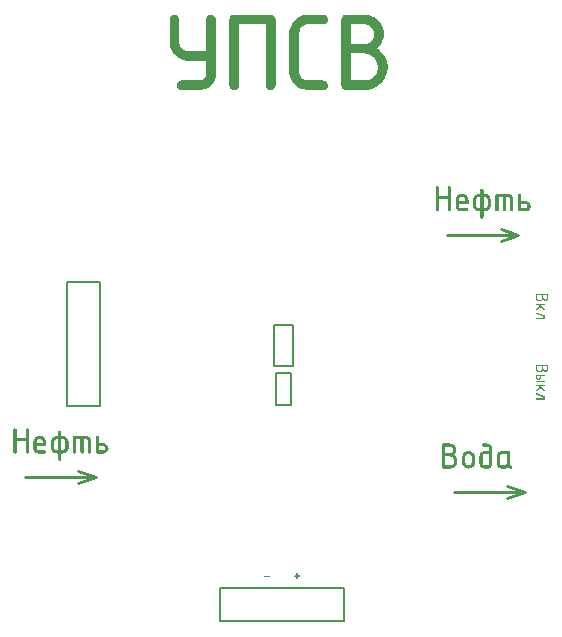
<source format=gto>
G04 Layer_Color=65535*
%FSLAX44Y44*%
%MOMM*%
G71*
G01*
G75*
%ADD23C,0.2540*%
%ADD24C,0.2000*%
G36*
X109417Y222491D02*
X109847Y222413D01*
X110354Y222257D01*
X110862Y222023D01*
X111408Y221672D01*
X111916Y221242D01*
X111955Y221203D01*
X112111Y221008D01*
X112345Y220735D01*
X112579Y220383D01*
X112814Y219915D01*
X113048Y219368D01*
X113204Y218783D01*
X113243Y218119D01*
Y208827D01*
Y208788D01*
X113204Y208632D01*
X113165Y208398D01*
X113087Y208164D01*
X112892Y207929D01*
X112657Y207695D01*
X112306Y207539D01*
X111838Y207500D01*
X111799D01*
X111642Y207539D01*
X111408Y207578D01*
X111174Y207656D01*
X110940Y207812D01*
X110705Y208047D01*
X110549Y208398D01*
X110510Y208827D01*
Y218119D01*
Y218158D01*
Y218236D01*
X110471Y218392D01*
X110432Y218548D01*
X110276Y218978D01*
X110159Y219173D01*
X109964Y219368D01*
X109925Y219407D01*
X109886Y219446D01*
X109768Y219524D01*
X109612Y219641D01*
X109222Y219798D01*
X109027Y219837D01*
X108753Y219876D01*
X107036D01*
Y208827D01*
Y208788D01*
X106997Y208632D01*
X106958Y208398D01*
X106880Y208164D01*
X106684Y207929D01*
X106450Y207695D01*
X106099Y207539D01*
X105630Y207500D01*
X105591D01*
X105435Y207539D01*
X105201Y207578D01*
X104967Y207656D01*
X104732Y207812D01*
X104498Y208047D01*
X104342Y208398D01*
X104303Y208827D01*
Y219876D01*
X100828D01*
Y208827D01*
Y208788D01*
X100789Y208632D01*
X100750Y208398D01*
X100672Y208164D01*
X100477Y207929D01*
X100243Y207695D01*
X99891Y207539D01*
X99423Y207500D01*
X99384D01*
X99228Y207539D01*
X98994Y207578D01*
X98759Y207656D01*
X98525Y207812D01*
X98291Y208047D01*
X98135Y208398D01*
X98096Y208827D01*
Y221203D01*
Y221281D01*
X98135Y221437D01*
X98174Y221632D01*
X98252Y221906D01*
X98408Y222140D01*
X98642Y222374D01*
X98994Y222530D01*
X99423Y222569D01*
X109066D01*
X109417Y222491D01*
D02*
G37*
G36*
X118631Y222530D02*
X118826Y222491D01*
X119099Y222413D01*
X119372Y222218D01*
X119567Y221984D01*
X119724Y221672D01*
X119802Y221203D01*
Y216401D01*
X123862D01*
X124213Y216323D01*
X124643Y216245D01*
X125150Y216089D01*
X125658Y215854D01*
X126204Y215503D01*
X126712Y215074D01*
X126751Y215035D01*
X126907Y214839D01*
X127141Y214566D01*
X127375Y214215D01*
X127610Y213746D01*
X127844Y213200D01*
X128000Y212614D01*
X128039Y211951D01*
Y211912D01*
Y211873D01*
Y211638D01*
X127961Y211287D01*
X127883Y210857D01*
X127727Y210350D01*
X127493Y209842D01*
X127141Y209296D01*
X126712Y208788D01*
X126673Y208749D01*
X126477Y208593D01*
X126204Y208398D01*
X125853Y208164D01*
X125384Y207890D01*
X124838Y207695D01*
X124213Y207539D01*
X123549Y207500D01*
X118357D01*
X118201Y207539D01*
X117967Y207578D01*
X117733Y207656D01*
X117498Y207812D01*
X117264Y208047D01*
X117108Y208398D01*
X117069Y208827D01*
Y221203D01*
Y221281D01*
X117108Y221437D01*
X117147Y221632D01*
X117225Y221906D01*
X117381Y222140D01*
X117615Y222374D01*
X117967Y222530D01*
X118396Y222569D01*
X118474D01*
X118631Y222530D01*
D02*
G37*
G36*
X86891Y226669D02*
X87086Y226630D01*
X87360Y226551D01*
X87633Y226356D01*
X87828Y226122D01*
X87984Y225810D01*
X88062Y225341D01*
Y222569D01*
X88375D01*
X88687Y222530D01*
X89116D01*
X89546Y222452D01*
X90014Y222374D01*
X90483Y222296D01*
X90873Y222140D01*
X90951Y222101D01*
X91146Y222023D01*
X91420Y221867D01*
X91771Y221672D01*
X92162Y221359D01*
X92552Y221008D01*
X92981Y220617D01*
X93333Y220110D01*
X93372Y220032D01*
X93489Y219876D01*
X93645Y219602D01*
X93801Y219212D01*
X93957Y218783D01*
X94114Y218275D01*
X94231Y217689D01*
X94270Y217104D01*
Y212966D01*
Y212927D01*
Y212848D01*
Y212731D01*
X94231Y212575D01*
X94192Y212185D01*
X94074Y211638D01*
X93879Y211014D01*
X93567Y210389D01*
X93177Y209725D01*
X92630Y209101D01*
X92552Y209023D01*
X92357Y208866D01*
X92005Y208593D01*
X91537Y208320D01*
X90990Y208008D01*
X90327Y207734D01*
X89546Y207578D01*
X88726Y207500D01*
X88062D01*
Y202659D01*
Y202620D01*
X88023Y202464D01*
X87984Y202230D01*
X87906Y201995D01*
X87711Y201722D01*
X87477Y201527D01*
X87125Y201371D01*
X86657Y201293D01*
X86618D01*
X86462Y201332D01*
X86228Y201371D01*
X85993Y201449D01*
X85759Y201644D01*
X85525Y201878D01*
X85369Y202191D01*
X85330Y202659D01*
Y207500D01*
X84354D01*
X84197Y207539D01*
X83807Y207578D01*
X83260Y207695D01*
X82636Y207890D01*
X82011Y208164D01*
X81348Y208554D01*
X80723Y209062D01*
X80645Y209140D01*
X80489Y209335D01*
X80215Y209686D01*
X79942Y210155D01*
X79630Y210701D01*
X79356Y211404D01*
X79200Y212146D01*
X79122Y212966D01*
Y217065D01*
Y217104D01*
Y217182D01*
Y217299D01*
X79161Y217455D01*
X79200Y217885D01*
X79317Y218431D01*
X79513Y219017D01*
X79786Y219680D01*
X80176Y220344D01*
X80723Y220969D01*
X80801Y221047D01*
X80996Y221203D01*
X81348Y221476D01*
X81816Y221789D01*
X82362Y222062D01*
X83026Y222335D01*
X83768Y222491D01*
X84588Y222569D01*
X85330D01*
Y225341D01*
Y225419D01*
X85369Y225575D01*
X85408Y225771D01*
X85486Y226044D01*
X85642Y226278D01*
X85876Y226512D01*
X86228Y226669D01*
X86657Y226708D01*
X86735D01*
X86891Y226669D01*
D02*
G37*
G36*
X70221Y222530D02*
X70651Y222491D01*
X71197Y222374D01*
X71783Y222179D01*
X72446Y221906D01*
X73110Y221515D01*
X73735Y220969D01*
X73813Y220891D01*
X73969Y220695D01*
X74242Y220344D01*
X74555Y219876D01*
X74828Y219329D01*
X75101Y218665D01*
X75257Y217924D01*
X75335Y217104D01*
Y213707D01*
X67098D01*
Y211951D01*
Y211912D01*
Y211833D01*
X67137Y211677D01*
X67176Y211521D01*
X67332Y211131D01*
X67449Y210896D01*
X67606Y210701D01*
X67645Y210662D01*
X67684Y210623D01*
X67801Y210545D01*
X67957Y210467D01*
X68308Y210272D01*
X68542Y210233D01*
X68777Y210194D01*
X74008D01*
X74164Y210155D01*
X74359Y210116D01*
X74633Y210038D01*
X74906Y209842D01*
X75101Y209608D01*
X75257Y209296D01*
X75335Y208827D01*
Y208788D01*
X75296Y208632D01*
X75257Y208398D01*
X75179Y208164D01*
X74984Y207929D01*
X74750Y207695D01*
X74398Y207539D01*
X73930Y207500D01*
X68699D01*
X68464Y207539D01*
X68113Y207578D01*
X67684Y207656D01*
X67176Y207812D01*
X66669Y208047D01*
X66122Y208320D01*
X65615Y208749D01*
X65575Y208827D01*
X65419Y208983D01*
X65224Y209257D01*
X64990Y209647D01*
X64756Y210077D01*
X64560Y210623D01*
X64404Y211248D01*
X64365Y211912D01*
Y217065D01*
Y217104D01*
Y217182D01*
Y217299D01*
X64404Y217455D01*
X64443Y217885D01*
X64560Y218431D01*
X64756Y219017D01*
X65029Y219680D01*
X65419Y220344D01*
X65927Y220969D01*
X66005Y221047D01*
X66200Y221203D01*
X66551Y221476D01*
X67020Y221789D01*
X67566Y222062D01*
X68269Y222335D01*
X69011Y222491D01*
X69831Y222569D01*
X70065D01*
X70221Y222530D01*
D02*
G37*
G36*
X59368Y228738D02*
X59563Y228699D01*
X59837Y228620D01*
X60110Y228425D01*
X60305Y228191D01*
X60461Y227879D01*
X60539Y227410D01*
Y208827D01*
Y208788D01*
X60500Y208632D01*
X60461Y208398D01*
X60383Y208164D01*
X60188Y207929D01*
X59954Y207695D01*
X59602Y207539D01*
X59134Y207500D01*
X59095D01*
X58939Y207539D01*
X58704Y207578D01*
X58470Y207656D01*
X58236Y207812D01*
X58002Y208047D01*
X57846Y208398D01*
X57807Y208827D01*
Y217806D01*
X50233D01*
Y208827D01*
Y208788D01*
X50194Y208632D01*
X50155Y208398D01*
X50077Y208164D01*
X49881Y207929D01*
X49647Y207695D01*
X49296Y207539D01*
X48827Y207500D01*
X48788D01*
X48632Y207539D01*
X48398Y207578D01*
X48164Y207656D01*
X47929Y207812D01*
X47695Y208047D01*
X47539Y208398D01*
X47500Y208827D01*
Y227410D01*
Y227488D01*
X47539Y227645D01*
X47578Y227840D01*
X47656Y228113D01*
X47812Y228347D01*
X48047Y228582D01*
X48398Y228738D01*
X48827Y228777D01*
X48905D01*
X49062Y228738D01*
X49257Y228699D01*
X49530Y228620D01*
X49803Y228425D01*
X49999Y228191D01*
X50155Y227879D01*
X50233Y227410D01*
Y220500D01*
X57807D01*
Y227410D01*
Y227488D01*
X57846Y227645D01*
X57885Y227840D01*
X57963Y228113D01*
X58119Y228347D01*
X58353Y228582D01*
X58704Y228738D01*
X59134Y228777D01*
X59212D01*
X59368Y228738D01*
D02*
G37*
G36*
X466917Y427491D02*
X467347Y427413D01*
X467854Y427257D01*
X468362Y427023D01*
X468908Y426671D01*
X469416Y426242D01*
X469455Y426203D01*
X469611Y426008D01*
X469845Y425734D01*
X470079Y425383D01*
X470314Y424915D01*
X470548Y424368D01*
X470704Y423783D01*
X470743Y423119D01*
Y413827D01*
Y413788D01*
X470704Y413632D01*
X470665Y413398D01*
X470587Y413164D01*
X470392Y412929D01*
X470158Y412695D01*
X469806Y412539D01*
X469338Y412500D01*
X469299D01*
X469142Y412539D01*
X468908Y412578D01*
X468674Y412656D01*
X468440Y412812D01*
X468205Y413046D01*
X468049Y413398D01*
X468010Y413827D01*
Y423119D01*
Y423158D01*
Y423236D01*
X467971Y423392D01*
X467932Y423548D01*
X467776Y423978D01*
X467659Y424173D01*
X467464Y424368D01*
X467425Y424407D01*
X467386Y424446D01*
X467268Y424524D01*
X467112Y424641D01*
X466722Y424798D01*
X466527Y424837D01*
X466254Y424876D01*
X464536D01*
Y413827D01*
Y413788D01*
X464497Y413632D01*
X464458Y413398D01*
X464380Y413164D01*
X464184Y412929D01*
X463950Y412695D01*
X463599Y412539D01*
X463130Y412500D01*
X463091D01*
X462935Y412539D01*
X462701Y412578D01*
X462467Y412656D01*
X462232Y412812D01*
X461998Y413046D01*
X461842Y413398D01*
X461803Y413827D01*
Y424876D01*
X458328D01*
Y413827D01*
Y413788D01*
X458289Y413632D01*
X458250Y413398D01*
X458172Y413164D01*
X457977Y412929D01*
X457743Y412695D01*
X457391Y412539D01*
X456923Y412500D01*
X456884D01*
X456728Y412539D01*
X456493Y412578D01*
X456259Y412656D01*
X456025Y412812D01*
X455791Y413046D01*
X455635Y413398D01*
X455596Y413827D01*
Y426203D01*
Y426281D01*
X455635Y426437D01*
X455674Y426632D01*
X455752Y426906D01*
X455908Y427140D01*
X456142Y427374D01*
X456493Y427530D01*
X456923Y427569D01*
X466566D01*
X466917Y427491D01*
D02*
G37*
G36*
X476130Y427530D02*
X476326Y427491D01*
X476599Y427413D01*
X476872Y427218D01*
X477067Y426984D01*
X477224Y426671D01*
X477302Y426203D01*
Y421401D01*
X481362D01*
X481713Y421323D01*
X482143Y421245D01*
X482650Y421089D01*
X483158Y420854D01*
X483704Y420503D01*
X484212Y420074D01*
X484251Y420035D01*
X484407Y419840D01*
X484641Y419566D01*
X484875Y419215D01*
X485110Y418746D01*
X485344Y418200D01*
X485500Y417614D01*
X485539Y416950D01*
Y416912D01*
Y416872D01*
Y416638D01*
X485461Y416287D01*
X485383Y415857D01*
X485227Y415350D01*
X484993Y414842D01*
X484641Y414296D01*
X484212Y413788D01*
X484173Y413749D01*
X483978Y413593D01*
X483704Y413398D01*
X483353Y413164D01*
X482884Y412890D01*
X482338Y412695D01*
X481713Y412539D01*
X481050Y412500D01*
X475857D01*
X475701Y412539D01*
X475467Y412578D01*
X475233Y412656D01*
X474998Y412812D01*
X474764Y413046D01*
X474608Y413398D01*
X474569Y413827D01*
Y426203D01*
Y426281D01*
X474608Y426437D01*
X474647Y426632D01*
X474725Y426906D01*
X474881Y427140D01*
X475116Y427374D01*
X475467Y427530D01*
X475896Y427569D01*
X475974D01*
X476130Y427530D01*
D02*
G37*
G36*
X444391Y431669D02*
X444586Y431629D01*
X444860Y431551D01*
X445133Y431356D01*
X445328Y431122D01*
X445484Y430810D01*
X445562Y430341D01*
Y427569D01*
X445875D01*
X446187Y427530D01*
X446617D01*
X447046Y427452D01*
X447514Y427374D01*
X447983Y427296D01*
X448373Y427140D01*
X448451Y427101D01*
X448647Y427023D01*
X448920Y426867D01*
X449271Y426671D01*
X449662Y426359D01*
X450052Y426008D01*
X450481Y425617D01*
X450833Y425110D01*
X450872Y425032D01*
X450989Y424876D01*
X451145Y424602D01*
X451301Y424212D01*
X451457Y423783D01*
X451614Y423275D01*
X451731Y422689D01*
X451770Y422104D01*
Y417966D01*
Y417926D01*
Y417848D01*
Y417731D01*
X451731Y417575D01*
X451692Y417185D01*
X451575Y416638D01*
X451379Y416014D01*
X451067Y415389D01*
X450677Y414725D01*
X450130Y414101D01*
X450052Y414022D01*
X449857Y413866D01*
X449505Y413593D01*
X449037Y413320D01*
X448490Y413008D01*
X447827Y412734D01*
X447046Y412578D01*
X446226Y412500D01*
X445562D01*
Y407659D01*
Y407620D01*
X445523Y407464D01*
X445484Y407230D01*
X445406Y406995D01*
X445211Y406722D01*
X444977Y406527D01*
X444625Y406371D01*
X444157Y406293D01*
X444118D01*
X443962Y406332D01*
X443727Y406371D01*
X443493Y406449D01*
X443259Y406644D01*
X443025Y406878D01*
X442869Y407191D01*
X442830Y407659D01*
Y412500D01*
X441854D01*
X441697Y412539D01*
X441307Y412578D01*
X440760Y412695D01*
X440136Y412890D01*
X439511Y413164D01*
X438848Y413554D01*
X438223Y414062D01*
X438145Y414140D01*
X437989Y414335D01*
X437715Y414686D01*
X437442Y415155D01*
X437130Y415701D01*
X436856Y416404D01*
X436700Y417146D01*
X436622Y417966D01*
Y422065D01*
Y422104D01*
Y422182D01*
Y422299D01*
X436661Y422455D01*
X436700Y422885D01*
X436818Y423431D01*
X437013Y424017D01*
X437286Y424680D01*
X437676Y425344D01*
X438223Y425969D01*
X438301Y426047D01*
X438496Y426203D01*
X438848Y426476D01*
X439316Y426789D01*
X439863Y427062D01*
X440526Y427335D01*
X441268Y427491D01*
X442088Y427569D01*
X442830D01*
Y430341D01*
Y430419D01*
X442869Y430575D01*
X442908Y430771D01*
X442986Y431044D01*
X443142Y431278D01*
X443376Y431512D01*
X443727Y431669D01*
X444157Y431708D01*
X444235D01*
X444391Y431669D01*
D02*
G37*
G36*
X427721Y427530D02*
X428151Y427491D01*
X428697Y427374D01*
X429283Y427179D01*
X429947Y426906D01*
X430610Y426515D01*
X431235Y425969D01*
X431313Y425891D01*
X431469Y425695D01*
X431742Y425344D01*
X432055Y424876D01*
X432328Y424329D01*
X432601Y423665D01*
X432757Y422924D01*
X432835Y422104D01*
Y418707D01*
X424598D01*
Y416950D01*
Y416912D01*
Y416833D01*
X424637Y416677D01*
X424676Y416521D01*
X424832Y416131D01*
X424949Y415896D01*
X425106Y415701D01*
X425145Y415662D01*
X425184Y415623D01*
X425301Y415545D01*
X425457Y415467D01*
X425808Y415272D01*
X426043Y415233D01*
X426277Y415194D01*
X431508D01*
X431664Y415155D01*
X431859Y415116D01*
X432133Y415038D01*
X432406Y414842D01*
X432601Y414608D01*
X432757Y414296D01*
X432835Y413827D01*
Y413788D01*
X432796Y413632D01*
X432757Y413398D01*
X432679Y413164D01*
X432484Y412929D01*
X432250Y412695D01*
X431898Y412539D01*
X431430Y412500D01*
X426199D01*
X425964Y412539D01*
X425613Y412578D01*
X425184Y412656D01*
X424676Y412812D01*
X424169Y413046D01*
X423622Y413320D01*
X423115Y413749D01*
X423075Y413827D01*
X422919Y413983D01*
X422724Y414257D01*
X422490Y414647D01*
X422256Y415077D01*
X422060Y415623D01*
X421904Y416248D01*
X421865Y416912D01*
Y422065D01*
Y422104D01*
Y422182D01*
Y422299D01*
X421904Y422455D01*
X421943Y422885D01*
X422060Y423431D01*
X422256Y424017D01*
X422529Y424680D01*
X422919Y425344D01*
X423427Y425969D01*
X423505Y426047D01*
X423700Y426203D01*
X424052Y426476D01*
X424520Y426789D01*
X425066Y427062D01*
X425769Y427335D01*
X426511Y427491D01*
X427331Y427569D01*
X427565D01*
X427721Y427530D01*
D02*
G37*
G36*
X264896Y103667D02*
X264994Y103628D01*
X265072Y103550D01*
X265169Y103472D01*
X265228Y103336D01*
X265247Y103160D01*
Y103141D01*
Y103082D01*
X265228Y102985D01*
X265189Y102907D01*
X265111Y102809D01*
X265033Y102711D01*
X264896Y102653D01*
X264721Y102633D01*
X260429D01*
X260351Y102653D01*
X260254Y102692D01*
X260156Y102770D01*
X260078Y102848D01*
X260019Y102985D01*
X260000Y103160D01*
Y103180D01*
Y103238D01*
X260019Y103336D01*
X260058Y103433D01*
X260117Y103511D01*
X260215Y103609D01*
X260332Y103667D01*
X260507Y103687D01*
X264799D01*
X264896Y103667D01*
D02*
G37*
G36*
X500163Y342481D02*
X500261Y342441D01*
X500339Y342383D01*
X500436Y342285D01*
X500495Y342168D01*
X500514Y341993D01*
Y339359D01*
Y339340D01*
Y339301D01*
Y339242D01*
X500495Y339164D01*
X500475Y338969D01*
X500417Y338716D01*
X500339Y338404D01*
X500202Y338091D01*
X500007Y337779D01*
X499754Y337487D01*
X499715Y337448D01*
X499617Y337370D01*
X499461Y337253D01*
X499227Y337096D01*
X498954Y336960D01*
X498642Y336843D01*
X498291Y336765D01*
X497881Y336726D01*
X497764D01*
X497666Y336745D01*
X497432Y336784D01*
X497159Y336843D01*
X496828Y336960D01*
X496476Y337136D01*
X496320Y337253D01*
X496145Y337370D01*
X495989Y337526D01*
X495833Y337701D01*
X495813Y337682D01*
X495794Y337643D01*
X495735Y337565D01*
X495657Y337467D01*
X495579Y337350D01*
X495462Y337233D01*
X495326Y337096D01*
X495169Y336940D01*
X494974Y336804D01*
X494779Y336667D01*
X494565Y336550D01*
X494311Y336433D01*
X494058Y336336D01*
X493765Y336258D01*
X493472Y336219D01*
X493141Y336199D01*
X493024D01*
X492926Y336219D01*
X492809D01*
X492673Y336238D01*
X492380Y336316D01*
X492029Y336433D01*
X491658Y336589D01*
X491268Y336823D01*
X491092Y336979D01*
X490917Y337136D01*
Y337155D01*
X490878Y337175D01*
X490839Y337233D01*
X490780Y337292D01*
X490624Y337487D01*
X490468Y337760D01*
X490293Y338072D01*
X490137Y338462D01*
X490039Y338891D01*
X490019Y339125D01*
X490000Y339359D01*
Y341993D01*
Y342012D01*
Y342071D01*
X490019Y342149D01*
X490059Y342246D01*
X490117Y342344D01*
X490215Y342422D01*
X490332Y342481D01*
X490507Y342500D01*
X500066D01*
X500163Y342481D01*
D02*
G37*
G36*
X490683Y258311D02*
X496925Y256243D01*
X496945D01*
X496984Y256204D01*
X497062Y256165D01*
X497140Y256126D01*
X497218Y256048D01*
X497296Y255951D01*
X497335Y255853D01*
X497354Y255717D01*
Y253610D01*
Y253590D01*
Y253532D01*
X497335Y253434D01*
X497296Y253337D01*
X497218Y253259D01*
X497140Y253161D01*
X497003Y253103D01*
X496828Y253083D01*
X490429D01*
X490351Y253103D01*
X490254Y253142D01*
X490156Y253220D01*
X490078Y253298D01*
X490019Y253434D01*
X490000Y253610D01*
Y253629D01*
Y253688D01*
X490019Y253785D01*
X490059Y253863D01*
X490117Y253961D01*
X490215Y254058D01*
X490332Y254117D01*
X490507Y254137D01*
X496301D01*
Y255346D01*
X490351Y257316D01*
X490332D01*
X490293Y257336D01*
X490176Y257414D01*
X490117Y257492D01*
X490059Y257570D01*
X490019Y257667D01*
X490000Y257804D01*
Y257823D01*
Y257882D01*
X490019Y257980D01*
X490059Y258057D01*
X490137Y258155D01*
X490215Y258253D01*
X490351Y258311D01*
X490527Y258331D01*
X490585D01*
X490683Y258311D01*
D02*
G37*
G36*
Y326719D02*
X496925Y324651D01*
X496945D01*
X496984Y324612D01*
X497062Y324573D01*
X497140Y324534D01*
X497218Y324456D01*
X497296Y324358D01*
X497335Y324261D01*
X497354Y324124D01*
Y322018D01*
Y321998D01*
Y321939D01*
X497335Y321842D01*
X497296Y321744D01*
X497218Y321666D01*
X497140Y321569D01*
X497003Y321510D01*
X496828Y321491D01*
X490429D01*
X490351Y321510D01*
X490254Y321549D01*
X490156Y321627D01*
X490078Y321705D01*
X490019Y321842D01*
X490000Y322018D01*
Y322037D01*
Y322095D01*
X490019Y322193D01*
X490059Y322271D01*
X490117Y322369D01*
X490215Y322466D01*
X490332Y322525D01*
X490507Y322544D01*
X496301D01*
Y323754D01*
X490351Y325724D01*
X490332D01*
X490293Y325743D01*
X490176Y325821D01*
X490117Y325899D01*
X490059Y325977D01*
X490019Y326075D01*
X490000Y326212D01*
Y326231D01*
Y326289D01*
X490019Y326387D01*
X490059Y326465D01*
X490137Y326563D01*
X490215Y326660D01*
X490351Y326719D01*
X490527Y326738D01*
X490585D01*
X490683Y326719D01*
D02*
G37*
G36*
X497003Y334073D02*
X497101Y334034D01*
X497179Y333956D01*
X497276Y333878D01*
X497335Y333741D01*
X497354Y333566D01*
Y333546D01*
Y333488D01*
X497335Y333390D01*
X497296Y333293D01*
X497218Y333215D01*
X497140Y333117D01*
X497003Y333059D01*
X496828Y333039D01*
X493901D01*
X497198Y329742D01*
X497218Y329723D01*
X497276Y329645D01*
X497335Y329528D01*
X497354Y329372D01*
Y329352D01*
Y329294D01*
X497335Y329196D01*
X497296Y329099D01*
X497218Y329021D01*
X497140Y328923D01*
X497003Y328865D01*
X496828Y328845D01*
X496788D01*
X496711Y328865D01*
X496574Y328904D01*
X496457Y329001D01*
X494136Y331303D01*
X490819Y328942D01*
X490800Y328923D01*
X490722Y328884D01*
X490624Y328865D01*
X490507Y328845D01*
X490429D01*
X490351Y328865D01*
X490254Y328904D01*
X490156Y328982D01*
X490078Y329060D01*
X490019Y329196D01*
X490000Y329372D01*
Y329391D01*
Y329411D01*
X490019Y329528D01*
X490098Y329664D01*
X490137Y329742D01*
X490215Y329801D01*
X493375Y332064D01*
X492399Y333039D01*
X490429D01*
X490351Y333059D01*
X490254Y333098D01*
X490156Y333176D01*
X490078Y333254D01*
X490019Y333390D01*
X490000Y333566D01*
Y333585D01*
Y333644D01*
X490019Y333741D01*
X490059Y333819D01*
X490117Y333917D01*
X490215Y334014D01*
X490332Y334073D01*
X490507Y334092D01*
X496906D01*
X497003Y334073D01*
D02*
G37*
G36*
Y265665D02*
X497101Y265626D01*
X497179Y265548D01*
X497276Y265470D01*
X497335Y265334D01*
X497354Y265158D01*
Y265139D01*
Y265080D01*
X497335Y264983D01*
X497296Y264885D01*
X497218Y264807D01*
X497140Y264709D01*
X497003Y264651D01*
X496828Y264631D01*
X493901D01*
X497198Y261335D01*
X497218Y261315D01*
X497276Y261237D01*
X497335Y261120D01*
X497354Y260964D01*
Y260945D01*
Y260886D01*
X497335Y260788D01*
X497296Y260691D01*
X497218Y260613D01*
X497140Y260515D01*
X497003Y260457D01*
X496828Y260437D01*
X496788D01*
X496711Y260457D01*
X496574Y260496D01*
X496457Y260593D01*
X494136Y262895D01*
X490819Y260535D01*
X490800Y260515D01*
X490722Y260476D01*
X490624Y260457D01*
X490507Y260437D01*
X490429D01*
X490351Y260457D01*
X490254Y260496D01*
X490156Y260574D01*
X490078Y260652D01*
X490019Y260788D01*
X490000Y260964D01*
Y260984D01*
Y261003D01*
X490019Y261120D01*
X490098Y261257D01*
X490137Y261335D01*
X490215Y261393D01*
X493375Y263656D01*
X492399Y264631D01*
X490429D01*
X490351Y264651D01*
X490254Y264690D01*
X490156Y264768D01*
X490078Y264846D01*
X490019Y264983D01*
X490000Y265158D01*
Y265178D01*
Y265236D01*
X490019Y265334D01*
X490059Y265412D01*
X490117Y265509D01*
X490215Y265607D01*
X490332Y265665D01*
X490507Y265685D01*
X496906D01*
X497003Y265665D01*
D02*
G37*
G36*
X500163Y282481D02*
X500261Y282442D01*
X500339Y282383D01*
X500436Y282285D01*
X500495Y282168D01*
X500514Y281993D01*
Y279359D01*
Y279340D01*
Y279301D01*
Y279242D01*
X500495Y279164D01*
X500475Y278969D01*
X500417Y278716D01*
X500339Y278403D01*
X500202Y278091D01*
X500007Y277779D01*
X499754Y277487D01*
X499715Y277448D01*
X499617Y277370D01*
X499461Y277253D01*
X499227Y277097D01*
X498954Y276960D01*
X498642Y276843D01*
X498291Y276765D01*
X497881Y276726D01*
X497764D01*
X497666Y276745D01*
X497432Y276784D01*
X497159Y276843D01*
X496828Y276960D01*
X496476Y277136D01*
X496320Y277253D01*
X496145Y277370D01*
X495989Y277526D01*
X495833Y277701D01*
X495813Y277682D01*
X495794Y277643D01*
X495735Y277565D01*
X495657Y277467D01*
X495579Y277350D01*
X495462Y277233D01*
X495326Y277097D01*
X495169Y276940D01*
X494974Y276804D01*
X494779Y276667D01*
X494565Y276550D01*
X494311Y276433D01*
X494058Y276336D01*
X493765Y276258D01*
X493472Y276219D01*
X493141Y276199D01*
X493024D01*
X492926Y276219D01*
X492809D01*
X492673Y276238D01*
X492380Y276316D01*
X492029Y276433D01*
X491658Y276589D01*
X491268Y276823D01*
X491092Y276980D01*
X490917Y277136D01*
Y277155D01*
X490878Y277175D01*
X490839Y277233D01*
X490780Y277292D01*
X490624Y277487D01*
X490468Y277760D01*
X490293Y278072D01*
X490137Y278462D01*
X490039Y278891D01*
X490019Y279125D01*
X490000Y279359D01*
Y281993D01*
Y282012D01*
Y282071D01*
X490019Y282149D01*
X490059Y282246D01*
X490117Y282344D01*
X490215Y282422D01*
X490332Y282481D01*
X490507Y282500D01*
X500066D01*
X500163Y282481D01*
D02*
G37*
G36*
X287809Y106281D02*
X287907Y106242D01*
X287985Y106164D01*
X288082Y106086D01*
X288141Y105950D01*
X288160Y105774D01*
Y104214D01*
X289818D01*
X289916Y104194D01*
X290013Y104155D01*
X290091Y104077D01*
X290189Y103999D01*
X290247Y103862D01*
X290267Y103687D01*
Y103667D01*
Y103609D01*
X290247Y103511D01*
X290208Y103433D01*
X290130Y103336D01*
X290052Y103238D01*
X289916Y103180D01*
X289740Y103160D01*
X288160D01*
Y101580D01*
Y101561D01*
Y101502D01*
X288141Y101404D01*
X288102Y101327D01*
X288024Y101229D01*
X287946Y101131D01*
X287809Y101073D01*
X287633Y101053D01*
X287556D01*
X287458Y101073D01*
X287380Y101112D01*
X287282Y101190D01*
X287185Y101268D01*
X287126Y101404D01*
X287107Y101580D01*
Y103160D01*
X285449D01*
X285351Y103180D01*
X285273Y103219D01*
X285176Y103297D01*
X285078Y103375D01*
X285019Y103511D01*
X285000Y103687D01*
Y103706D01*
Y103765D01*
X285019Y103862D01*
X285058Y103960D01*
X285137Y104038D01*
X285215Y104136D01*
X285351Y104194D01*
X285527Y104214D01*
X287107D01*
Y105774D01*
Y105794D01*
Y105852D01*
X287126Y105950D01*
X287165Y106047D01*
X287243Y106125D01*
X287321Y106223D01*
X287458Y106281D01*
X287633Y106301D01*
X287712D01*
X287809Y106281D01*
D02*
G37*
G36*
X497003Y268825D02*
X497101Y268787D01*
X497179Y268708D01*
X497276Y268630D01*
X497335Y268494D01*
X497354Y268318D01*
Y268299D01*
Y268240D01*
X497335Y268143D01*
X497296Y268045D01*
X497218Y267967D01*
X497140Y267870D01*
X497003Y267811D01*
X496828Y267792D01*
X490429D01*
X490351Y267811D01*
X490254Y267850D01*
X490156Y267928D01*
X490078Y268006D01*
X490019Y268143D01*
X490000Y268318D01*
Y268338D01*
Y268396D01*
X490019Y268494D01*
X490059Y268572D01*
X490117Y268669D01*
X490215Y268767D01*
X490332Y268825D01*
X490507Y268845D01*
X496906D01*
X497003Y268825D01*
D02*
G37*
G36*
Y274073D02*
X497101Y274034D01*
X497179Y273956D01*
X497276Y273878D01*
X497335Y273741D01*
X497354Y273566D01*
Y273546D01*
Y273488D01*
X497335Y273390D01*
X497296Y273293D01*
X497218Y273215D01*
X497140Y273117D01*
X497003Y273058D01*
X496828Y273039D01*
X494214D01*
Y271986D01*
Y271966D01*
Y271947D01*
Y271830D01*
X494175Y271674D01*
X494136Y271479D01*
X494058Y271244D01*
X493960Y270991D01*
X493804Y270737D01*
X493589Y270503D01*
X493570Y270484D01*
X493472Y270406D01*
X493355Y270308D01*
X493180Y270191D01*
X492965Y270074D01*
X492711Y269976D01*
X492419Y269898D01*
X492107Y269879D01*
X491951D01*
X491795Y269918D01*
X491580Y269957D01*
X491346Y270035D01*
X491092Y270133D01*
X490839Y270289D01*
X490605Y270503D01*
X490585Y270523D01*
X490507Y270620D01*
X490410Y270737D01*
X490312Y270913D01*
X490195Y271127D01*
X490098Y271381D01*
X490019Y271674D01*
X490000Y271986D01*
Y273566D01*
Y273585D01*
Y273644D01*
X490019Y273741D01*
X490059Y273819D01*
X490117Y273917D01*
X490215Y274014D01*
X490332Y274073D01*
X490507Y274092D01*
X496906D01*
X497003Y274073D01*
D02*
G37*
G36*
X265987Y578991D02*
X266573Y578873D01*
X267393Y578639D01*
X268214Y578053D01*
X268799Y577350D01*
X269268Y576413D01*
X269502Y575007D01*
Y519234D01*
Y519117D01*
X269385Y518648D01*
X269268Y517945D01*
X269034Y517242D01*
X268448Y516539D01*
X267745Y515836D01*
X266690Y515367D01*
X265284Y515250D01*
X265167D01*
X264698Y515367D01*
X263995Y515484D01*
X263292Y515719D01*
X262589Y516187D01*
X261886Y516890D01*
X261418Y517945D01*
X261301Y519234D01*
Y571023D01*
X238569D01*
Y519234D01*
Y519117D01*
X238452Y518648D01*
X238335Y517945D01*
X238101Y517242D01*
X237515Y516539D01*
X236812Y515836D01*
X235757Y515367D01*
X234351Y515250D01*
X234234D01*
X233766Y515367D01*
X233062Y515484D01*
X232359Y515719D01*
X231656Y516187D01*
X230953Y516890D01*
X230485Y517945D01*
X230368Y519234D01*
Y575007D01*
Y575241D01*
X230485Y575710D01*
X230602Y576296D01*
X230836Y577116D01*
X231305Y577819D01*
X232008Y578522D01*
X233062Y578991D01*
X234351Y579108D01*
X265519D01*
X265987Y578991D01*
D02*
G37*
G36*
X310395D02*
X310981Y578873D01*
X311801Y578639D01*
X312621Y578053D01*
X313207Y577350D01*
X313675Y576413D01*
X313910Y575007D01*
Y574890D01*
X313793Y574421D01*
X313675Y573718D01*
X313441Y573015D01*
X312855Y572312D01*
X312152Y571609D01*
X311098Y571140D01*
X309692Y571023D01*
X297155D01*
X296569Y570906D01*
X295749Y570789D01*
X294694Y570554D01*
X293639Y569968D01*
X292351Y569266D01*
X291296Y568211D01*
X290242Y566805D01*
Y566688D01*
X290124Y566453D01*
X289890Y566102D01*
X289773Y565633D01*
X289304Y564227D01*
X289187Y562587D01*
Y531654D01*
Y531537D01*
Y531068D01*
X289304Y530365D01*
X289538Y529545D01*
X289773Y528607D01*
X290124Y527670D01*
X290710Y526615D01*
X291530Y525678D01*
X291647Y525561D01*
X291999Y525327D01*
X292468Y524975D01*
X293171Y524506D01*
X293991Y524038D01*
X295046Y523686D01*
X296217Y523452D01*
X297389Y523335D01*
X309926D01*
X310395Y523218D01*
X310981Y523100D01*
X311801Y522866D01*
X312621Y522280D01*
X313207Y521577D01*
X313675Y520640D01*
X313910Y519234D01*
Y519117D01*
X313793Y518648D01*
X313675Y517945D01*
X313441Y517242D01*
X312855Y516539D01*
X312152Y515836D01*
X311098Y515367D01*
X309692Y515250D01*
X296686D01*
X296217Y515367D01*
X294928Y515484D01*
X293288Y515836D01*
X291530Y516422D01*
X289538Y517242D01*
X287547Y518414D01*
X285672Y519937D01*
X285438Y520171D01*
X284969Y520757D01*
X284149Y521811D01*
X283328Y523218D01*
X282508Y524858D01*
X281688Y526967D01*
X281219Y529193D01*
X280985Y531654D01*
Y562587D01*
Y562704D01*
Y562938D01*
Y563290D01*
X281102Y563759D01*
X281219Y565047D01*
X281571Y566688D01*
X282157Y568445D01*
X282977Y570437D01*
X284149Y572429D01*
X285672Y574304D01*
X285906Y574538D01*
X286492Y575007D01*
X287547Y575827D01*
X288953Y576764D01*
X290593Y577584D01*
X292702Y578405D01*
X294928Y578873D01*
X297389Y579108D01*
X309926D01*
X310395Y578991D01*
D02*
G37*
G36*
X345897D02*
X347186Y578873D01*
X348827Y578522D01*
X350701Y577936D01*
X352693Y577116D01*
X354685Y575944D01*
X356560Y574304D01*
X356794Y574069D01*
X357263Y573484D01*
X358083Y572429D01*
X359020Y571023D01*
X359841Y569383D01*
X360661Y567391D01*
X361129Y565047D01*
X361364Y562587D01*
Y562470D01*
Y562235D01*
Y561884D01*
X361247Y561298D01*
X361012Y559892D01*
X360661Y558134D01*
X359958Y556260D01*
X358903Y554268D01*
X358200Y553213D01*
X357497Y552276D01*
X356560Y551456D01*
X355505Y550635D01*
X355622D01*
X355857Y550401D01*
X356325Y550167D01*
X356911Y549698D01*
X357614Y549112D01*
X358317Y548526D01*
X359138Y547706D01*
X359958Y546769D01*
X360778Y545714D01*
X361598Y544543D01*
X362301Y543254D01*
X363004Y541848D01*
X363590Y540207D01*
X364059Y538567D01*
X364293Y536692D01*
X364410Y534700D01*
Y534583D01*
Y534349D01*
Y533880D01*
X364293Y533294D01*
Y532708D01*
X364059Y531888D01*
X363707Y529896D01*
X363004Y527787D01*
X361950Y525444D01*
X361364Y524272D01*
X360544Y523100D01*
X359723Y521929D01*
X358669Y520874D01*
X358552Y520757D01*
X358435Y520640D01*
X358083Y520406D01*
X357614Y520054D01*
X356443Y519117D01*
X354802Y518062D01*
X352693Y517008D01*
X350350Y516187D01*
X347655Y515484D01*
X346249Y515367D01*
X344726Y515250D01*
X329142D01*
X328673Y515367D01*
X327970Y515484D01*
X327267Y515719D01*
X326564Y516187D01*
X325861Y516890D01*
X325393Y517945D01*
X325275Y519234D01*
Y575007D01*
Y575241D01*
X325393Y575710D01*
X325510Y576296D01*
X325744Y577116D01*
X326213Y577819D01*
X326916Y578522D01*
X327970Y578991D01*
X329259Y579108D01*
X345429D01*
X345897Y578991D01*
D02*
G37*
G36*
X466678Y209780D02*
X466874Y209741D01*
X467147Y209663D01*
X467420Y209468D01*
X467615Y209234D01*
X467771Y208922D01*
X467850Y208453D01*
Y198146D01*
Y198107D01*
Y198029D01*
X467888Y197912D01*
X467967Y197795D01*
X468084Y197639D01*
X468279Y197522D01*
X468513Y197444D01*
X468865Y197405D01*
X469021D01*
X469216Y197327D01*
X469411Y197249D01*
X469567Y197092D01*
X469762Y196858D01*
X469880Y196507D01*
X469919Y196077D01*
Y196038D01*
X469880Y195882D01*
X469841Y195648D01*
X469762Y195414D01*
X469567Y195179D01*
X469333Y194945D01*
X468982Y194789D01*
X468513Y194750D01*
X468240D01*
X467967Y194828D01*
X467615Y194906D01*
X467264Y195023D01*
X466834Y195219D01*
X466483Y195492D01*
X466132Y195843D01*
X466093Y195804D01*
X465937Y195687D01*
X465741Y195492D01*
X465429Y195297D01*
X465039Y195101D01*
X464570Y194906D01*
X463984Y194789D01*
X463360Y194750D01*
X461213D01*
X460979Y194789D01*
X460627Y194828D01*
X460198Y194906D01*
X459690Y195062D01*
X459183Y195297D01*
X458636Y195570D01*
X458129Y195999D01*
X458089Y196077D01*
X457933Y196234D01*
X457738Y196507D01*
X457504Y196897D01*
X457270Y197327D01*
X457075Y197873D01*
X456918Y198498D01*
X456879Y199161D01*
Y205369D01*
Y205408D01*
Y205447D01*
X456918Y205681D01*
X456957Y206033D01*
X457035Y206462D01*
X457192Y206970D01*
X457426Y207477D01*
X457699Y208023D01*
X458129Y208531D01*
X458207Y208570D01*
X458363Y208726D01*
X458636Y208922D01*
X459026Y209195D01*
X459456Y209429D01*
X460003Y209624D01*
X460627Y209780D01*
X461291Y209819D01*
X466522D01*
X466678Y209780D01*
D02*
G37*
G36*
X449267Y215949D02*
X449696Y215870D01*
X450204Y215714D01*
X450711Y215480D01*
X451258Y215129D01*
X451765Y214699D01*
X451804Y214660D01*
X451960Y214465D01*
X452195Y214192D01*
X452429Y213841D01*
X452663Y213372D01*
X452897Y212825D01*
X453053Y212240D01*
X453092Y211576D01*
Y199161D01*
Y199123D01*
Y199083D01*
Y198849D01*
X453014Y198498D01*
X452936Y198068D01*
X452780Y197600D01*
X452546Y197053D01*
X452195Y196546D01*
X451765Y196038D01*
X451726Y195999D01*
X451531Y195843D01*
X451258Y195648D01*
X450906Y195414D01*
X450438Y195140D01*
X449891Y194945D01*
X449267Y194789D01*
X448603Y194750D01*
X446456D01*
X446221Y194789D01*
X445870Y194828D01*
X445441Y194906D01*
X444933Y195062D01*
X444426Y195297D01*
X443879Y195609D01*
X443372Y196038D01*
X443332Y196116D01*
X443176Y196273D01*
X442981Y196546D01*
X442747Y196897D01*
X442513Y197366D01*
X442318Y197912D01*
X442161Y198498D01*
X442122Y199161D01*
Y205369D01*
Y205408D01*
Y205447D01*
X442161Y205681D01*
X442200Y206033D01*
X442278Y206462D01*
X442435Y206970D01*
X442669Y207477D01*
X442981Y208023D01*
X443411Y208531D01*
X443489Y208570D01*
X443645Y208726D01*
X443918Y208922D01*
X444269Y209195D01*
X444738Y209429D01*
X445285Y209624D01*
X445870Y209780D01*
X446534Y209819D01*
X450360D01*
Y211576D01*
Y211615D01*
Y211693D01*
X450321Y211849D01*
X450282Y212006D01*
X450164Y212435D01*
X450008Y212630D01*
X449852Y212825D01*
X449813Y212864D01*
X449774Y212903D01*
X449657Y212982D01*
X449501Y213099D01*
X449110Y213255D01*
X448876Y213294D01*
X448603Y213333D01*
X445480D01*
X445323Y213372D01*
X445089Y213411D01*
X444855Y213489D01*
X444621Y213645D01*
X444387Y213880D01*
X444230Y214231D01*
X444191Y214660D01*
Y214738D01*
X444230Y214895D01*
X444269Y215090D01*
X444347Y215363D01*
X444504Y215597D01*
X444738Y215832D01*
X445089Y215988D01*
X445519Y216027D01*
X448915D01*
X449267Y215949D01*
D02*
G37*
G36*
X433221Y209780D02*
X433651Y209741D01*
X434197Y209624D01*
X434783Y209429D01*
X435446Y209156D01*
X436110Y208765D01*
X436735Y208219D01*
X436813Y208141D01*
X436969Y207945D01*
X437242Y207594D01*
X437555Y207126D01*
X437828Y206579D01*
X438101Y205915D01*
X438257Y205135D01*
X438335Y204315D01*
Y200216D01*
Y200177D01*
Y200098D01*
Y199981D01*
X438296Y199825D01*
X438257Y199435D01*
X438140Y198888D01*
X437945Y198264D01*
X437633Y197639D01*
X437242Y196975D01*
X436696Y196351D01*
X436618Y196273D01*
X436422Y196116D01*
X436071Y195843D01*
X435603Y195570D01*
X435056Y195257D01*
X434392Y194984D01*
X433651Y194828D01*
X432831Y194750D01*
X432597D01*
X432440Y194789D01*
X432011Y194828D01*
X431464Y194945D01*
X430879Y195140D01*
X430215Y195414D01*
X429551Y195804D01*
X428927Y196312D01*
X428849Y196390D01*
X428693Y196585D01*
X428419Y196936D01*
X428146Y197405D01*
X427873Y197951D01*
X427599Y198654D01*
X427443Y199396D01*
X427365Y200216D01*
Y204315D01*
Y204354D01*
Y204432D01*
Y204549D01*
X427404Y204705D01*
X427443Y205135D01*
X427560Y205681D01*
X427756Y206267D01*
X428029Y206930D01*
X428419Y207594D01*
X428927Y208219D01*
X429005Y208297D01*
X429200Y208453D01*
X429551Y208726D01*
X430020Y209039D01*
X430566Y209312D01*
X431269Y209585D01*
X432011Y209741D01*
X432831Y209819D01*
X433065D01*
X433221Y209780D01*
D02*
G37*
G36*
X416868Y433738D02*
X417063Y433699D01*
X417337Y433620D01*
X417610Y433425D01*
X417805Y433191D01*
X417961Y432879D01*
X418039Y432410D01*
Y413827D01*
Y413788D01*
X418000Y413632D01*
X417961Y413398D01*
X417883Y413164D01*
X417688Y412929D01*
X417454Y412695D01*
X417102Y412539D01*
X416634Y412500D01*
X416595D01*
X416439Y412539D01*
X416204Y412578D01*
X415970Y412656D01*
X415736Y412812D01*
X415502Y413046D01*
X415346Y413398D01*
X415307Y413827D01*
Y422807D01*
X407733D01*
Y413827D01*
Y413788D01*
X407694Y413632D01*
X407655Y413398D01*
X407577Y413164D01*
X407382Y412929D01*
X407147Y412695D01*
X406796Y412539D01*
X406327Y412500D01*
X406288D01*
X406132Y412539D01*
X405898Y412578D01*
X405664Y412656D01*
X405429Y412812D01*
X405195Y413046D01*
X405039Y413398D01*
X405000Y413827D01*
Y432410D01*
Y432488D01*
X405039Y432645D01*
X405078Y432840D01*
X405156Y433113D01*
X405312Y433347D01*
X405547Y433582D01*
X405898Y433738D01*
X406327Y433777D01*
X406405D01*
X406562Y433738D01*
X406757Y433699D01*
X407030Y433620D01*
X407303Y433425D01*
X407499Y433191D01*
X407655Y432879D01*
X407733Y432410D01*
Y425500D01*
X415307D01*
Y432410D01*
Y432488D01*
X415346Y432645D01*
X415385Y432840D01*
X415463Y433113D01*
X415619Y433347D01*
X415853Y433582D01*
X416204Y433738D01*
X416634Y433777D01*
X416712D01*
X416868Y433738D01*
D02*
G37*
G36*
X215370Y578991D02*
X215956Y578873D01*
X216776Y578639D01*
X217596Y578053D01*
X218182Y577350D01*
X218650Y576413D01*
X218885Y575007D01*
Y528490D01*
Y528373D01*
Y528256D01*
Y527553D01*
X218650Y526498D01*
X218416Y525210D01*
X217948Y523803D01*
X217244Y522163D01*
X216190Y520640D01*
X214901Y519117D01*
X214784Y518999D01*
X214198Y518531D01*
X213378Y517945D01*
X212323Y517242D01*
X210917Y516422D01*
X209277Y515836D01*
X207402Y515367D01*
X205410Y515250D01*
X189827D01*
X189358Y515367D01*
X188655Y515484D01*
X187952Y515719D01*
X187132Y516187D01*
X186546Y516890D01*
X186077Y517945D01*
X185843Y519234D01*
Y519468D01*
X185960Y519937D01*
X186077Y520523D01*
X186311Y521343D01*
X186897Y522046D01*
X187600Y522749D01*
X188538Y523218D01*
X189944Y523335D01*
X205762D01*
X206113Y523452D01*
X206699Y523569D01*
X207871Y524038D01*
X208457Y524389D01*
X209043Y524858D01*
X209160Y524975D01*
X209277Y525092D01*
X209511Y525444D01*
X209863Y525913D01*
X210449Y527084D01*
X210566Y527787D01*
X210683Y528490D01*
Y539973D01*
X195802D01*
X195217Y540090D01*
X194631D01*
X193810Y540207D01*
X192990Y540442D01*
X190881Y541027D01*
X189709Y541496D01*
X188538Y542082D01*
X187366Y542668D01*
X186194Y543488D01*
X185023Y544543D01*
X183851Y545597D01*
X182796Y546886D01*
X181859Y548409D01*
X181742Y548526D01*
X181508Y548995D01*
X181156Y549698D01*
X180805Y550635D01*
X180453Y551807D01*
X180102Y553213D01*
X179867Y554736D01*
X179750Y556377D01*
Y575007D01*
Y575241D01*
X179867Y575710D01*
X179984Y576296D01*
X180219Y577116D01*
X180687Y577819D01*
X181390Y578522D01*
X182445Y578991D01*
X183734Y579108D01*
X183968D01*
X184437Y578991D01*
X185023Y578873D01*
X185843Y578639D01*
X186663Y578053D01*
X187249Y577350D01*
X187718Y576413D01*
X187952Y575007D01*
Y556377D01*
Y556260D01*
Y555791D01*
X188069Y555088D01*
X188303Y554268D01*
X188538Y553330D01*
X188889Y552393D01*
X189475Y551338D01*
X190295Y550401D01*
X190413Y550284D01*
X190764Y550050D01*
X191233Y549698D01*
X191936Y549229D01*
X192756Y548761D01*
X193810Y548409D01*
X194982Y548175D01*
X196154Y548058D01*
X210683D01*
Y575007D01*
Y575241D01*
X210800Y575710D01*
X210917Y576296D01*
X211152Y577116D01*
X211620Y577819D01*
X212323Y578522D01*
X213378Y578991D01*
X214667Y579108D01*
X214901D01*
X215370Y578991D01*
D02*
G37*
G36*
X417371Y215988D02*
X417800Y215949D01*
X418347Y215832D01*
X418972Y215636D01*
X419635Y215363D01*
X420299Y214973D01*
X420924Y214426D01*
X421002Y214348D01*
X421158Y214153D01*
X421431Y213801D01*
X421744Y213333D01*
X422017Y212786D01*
X422290Y212123D01*
X422446Y211342D01*
X422524Y210522D01*
Y210483D01*
Y210405D01*
Y210288D01*
X422485Y210093D01*
X422407Y209624D01*
X422290Y209039D01*
X422056Y208414D01*
X421704Y207750D01*
X421470Y207399D01*
X421236Y207087D01*
X420924Y206813D01*
X420572Y206540D01*
X420611D01*
X420689Y206462D01*
X420846Y206384D01*
X421041Y206228D01*
X421275Y206033D01*
X421509Y205837D01*
X421782Y205564D01*
X422056Y205252D01*
X422329Y204900D01*
X422602Y204510D01*
X422837Y204081D01*
X423071Y203612D01*
X423266Y203065D01*
X423422Y202519D01*
X423500Y201894D01*
X423539Y201231D01*
Y201192D01*
Y201113D01*
Y200957D01*
X423500Y200762D01*
Y200567D01*
X423422Y200294D01*
X423305Y199630D01*
X423071Y198927D01*
X422719Y198146D01*
X422524Y197756D01*
X422251Y197366D01*
X421978Y196975D01*
X421626Y196624D01*
X421587Y196585D01*
X421548Y196546D01*
X421431Y196468D01*
X421275Y196351D01*
X420885Y196038D01*
X420338Y195687D01*
X419635Y195336D01*
X418854Y195062D01*
X417957Y194828D01*
X417488Y194789D01*
X416981Y194750D01*
X411788D01*
X411632Y194789D01*
X411398Y194828D01*
X411164Y194906D01*
X410929Y195062D01*
X410695Y195297D01*
X410539Y195648D01*
X410500Y196077D01*
Y214660D01*
Y214738D01*
X410539Y214895D01*
X410578Y215090D01*
X410656Y215363D01*
X410812Y215597D01*
X411047Y215832D01*
X411398Y215988D01*
X411827Y216027D01*
X417215D01*
X417371Y215988D01*
D02*
G37*
%LPC*%
G36*
X123549Y213707D02*
X119802D01*
Y210194D01*
X123667D01*
X123784Y210233D01*
X123979Y210272D01*
X124369Y210428D01*
X124565Y210545D01*
X124760Y210701D01*
X124799Y210740D01*
X124838Y210779D01*
X124916Y210896D01*
X125033Y211053D01*
X125228Y211443D01*
X125267Y211677D01*
X125306Y211951D01*
Y211990D01*
Y212068D01*
X125267Y212224D01*
X125228Y212380D01*
X125111Y212809D01*
X124955Y213005D01*
X124799Y213200D01*
X124760Y213239D01*
X124721Y213278D01*
X124604Y213356D01*
X124447Y213473D01*
X124057Y213629D01*
X123823Y213668D01*
X123549Y213707D01*
D02*
G37*
G36*
X88726Y219876D02*
X88062D01*
Y210194D01*
X88921D01*
X89156Y210233D01*
X89429Y210311D01*
X89741Y210389D01*
X90053Y210506D01*
X90405Y210701D01*
X90717Y210975D01*
X90756Y211014D01*
X90834Y211131D01*
X90990Y211287D01*
X91146Y211521D01*
X91264Y211833D01*
X91420Y212146D01*
X91498Y212536D01*
X91537Y212966D01*
Y217065D01*
Y217104D01*
Y217260D01*
X91498Y217494D01*
X91420Y217768D01*
X91342Y218080D01*
X91186Y218392D01*
X90951Y218743D01*
X90678Y219056D01*
X90639Y219095D01*
X90522Y219173D01*
X90366Y219329D01*
X90132Y219485D01*
X89858Y219602D01*
X89507Y219758D01*
X89156Y219837D01*
X88726Y219876D01*
D02*
G37*
G36*
X85330D02*
X84393D01*
X84197Y219837D01*
X83924Y219758D01*
X83612Y219680D01*
X83300Y219524D01*
X82948Y219329D01*
X82636Y219056D01*
X82597Y219017D01*
X82519Y218900D01*
X82402Y218743D01*
X82245Y218509D01*
X82089Y218197D01*
X81972Y217885D01*
X81894Y217494D01*
X81855Y217065D01*
Y212966D01*
Y212927D01*
Y212770D01*
X81894Y212536D01*
X81972Y212263D01*
X82050Y211951D01*
X82167Y211599D01*
X82362Y211287D01*
X82636Y210975D01*
X82675Y210935D01*
X82792Y210857D01*
X82948Y210740D01*
X83182Y210584D01*
X83456Y210428D01*
X83807Y210311D01*
X84197Y210233D01*
X84588Y210194D01*
X85330D01*
Y219876D01*
D02*
G37*
G36*
X69831D02*
X69636D01*
X69440Y219837D01*
X69167Y219758D01*
X68855Y219680D01*
X68542Y219524D01*
X68191Y219329D01*
X67879Y219056D01*
X67840Y219017D01*
X67762Y218900D01*
X67645Y218743D01*
X67488Y218509D01*
X67332Y218236D01*
X67215Y217885D01*
X67137Y217533D01*
X67098Y217104D01*
Y216401D01*
X72603D01*
Y217104D01*
Y217143D01*
Y217299D01*
X72564Y217494D01*
X72485Y217768D01*
X72407Y218080D01*
X72251Y218392D01*
X72056Y218743D01*
X71783Y219056D01*
X71744Y219095D01*
X71627Y219173D01*
X71470Y219329D01*
X71236Y219485D01*
X70963Y219602D01*
X70612Y219758D01*
X70260Y219837D01*
X69831Y219876D01*
D02*
G37*
G36*
X481050Y418707D02*
X477302D01*
Y415194D01*
X481167D01*
X481284Y415233D01*
X481479Y415272D01*
X481869Y415428D01*
X482065Y415545D01*
X482260Y415701D01*
X482299Y415740D01*
X482338Y415779D01*
X482416Y415896D01*
X482533Y416053D01*
X482728Y416443D01*
X482767Y416677D01*
X482806Y416950D01*
Y416990D01*
Y417068D01*
X482767Y417224D01*
X482728Y417380D01*
X482611Y417809D01*
X482455Y418005D01*
X482299Y418200D01*
X482260Y418239D01*
X482221Y418278D01*
X482104Y418356D01*
X481948Y418473D01*
X481557Y418629D01*
X481323Y418668D01*
X481050Y418707D01*
D02*
G37*
G36*
X442830Y424876D02*
X441893D01*
X441697Y424837D01*
X441424Y424758D01*
X441112Y424680D01*
X440799Y424524D01*
X440448Y424329D01*
X440136Y424056D01*
X440097Y424017D01*
X440019Y423900D01*
X439902Y423744D01*
X439745Y423509D01*
X439589Y423197D01*
X439472Y422885D01*
X439394Y422494D01*
X439355Y422065D01*
Y417966D01*
Y417926D01*
Y417770D01*
X439394Y417536D01*
X439472Y417263D01*
X439550Y416950D01*
X439667Y416599D01*
X439863Y416287D01*
X440136Y415975D01*
X440175Y415936D01*
X440292Y415857D01*
X440448Y415740D01*
X440682Y415584D01*
X440956Y415428D01*
X441307Y415311D01*
X441697Y415233D01*
X442088Y415194D01*
X442830D01*
Y424876D01*
D02*
G37*
G36*
X446226D02*
X445562D01*
Y415194D01*
X446421D01*
X446656Y415233D01*
X446929Y415311D01*
X447241Y415389D01*
X447553Y415506D01*
X447905Y415701D01*
X448217Y415975D01*
X448256Y416014D01*
X448334Y416131D01*
X448490Y416287D01*
X448647Y416521D01*
X448764Y416833D01*
X448920Y417146D01*
X448998Y417536D01*
X449037Y417966D01*
Y422065D01*
Y422104D01*
Y422260D01*
X448998Y422494D01*
X448920Y422767D01*
X448842Y423080D01*
X448686Y423392D01*
X448451Y423744D01*
X448178Y424056D01*
X448139Y424095D01*
X448022Y424173D01*
X447866Y424329D01*
X447631Y424485D01*
X447358Y424602D01*
X447007Y424758D01*
X446656Y424837D01*
X446226Y424876D01*
D02*
G37*
G36*
X427331D02*
X427136D01*
X426940Y424837D01*
X426667Y424758D01*
X426355Y424680D01*
X426043Y424524D01*
X425691Y424329D01*
X425379Y424056D01*
X425340Y424017D01*
X425262Y423900D01*
X425145Y423744D01*
X424988Y423509D01*
X424832Y423236D01*
X424715Y422885D01*
X424637Y422533D01*
X424598Y422104D01*
Y421401D01*
X430103D01*
Y422104D01*
Y422143D01*
Y422299D01*
X430064Y422494D01*
X429986Y422767D01*
X429907Y423080D01*
X429751Y423392D01*
X429556Y423744D01*
X429283Y424056D01*
X429244Y424095D01*
X429127Y424173D01*
X428970Y424329D01*
X428736Y424485D01*
X428463Y424602D01*
X428112Y424758D01*
X427760Y424837D01*
X427331Y424876D01*
D02*
G37*
G36*
X495247Y341447D02*
X491053D01*
Y339359D01*
Y339340D01*
Y339320D01*
X491073Y339203D01*
X491092Y339047D01*
X491131Y338852D01*
X491209Y338618D01*
X491307Y338364D01*
X491463Y338111D01*
X491658Y337877D01*
X491678Y337857D01*
X491775Y337779D01*
X491892Y337682D01*
X492068Y337565D01*
X492282Y337448D01*
X492536Y337350D01*
X492829Y337272D01*
X493141Y337253D01*
X493297D01*
X493453Y337292D01*
X493648Y337331D01*
X493882Y337409D01*
X494136Y337506D01*
X494389Y337662D01*
X494623Y337877D01*
X494643Y337896D01*
X494721Y337994D01*
X494818Y338111D01*
X494935Y338287D01*
X495052Y338501D01*
X495150Y338755D01*
X495228Y339047D01*
X495247Y339359D01*
Y341447D01*
D02*
G37*
G36*
X499461D02*
X496301D01*
Y339359D01*
Y339340D01*
Y339242D01*
X496320Y339125D01*
X496359Y338969D01*
X496418Y338813D01*
X496496Y338618D01*
X496593Y338423D01*
X496749Y338247D01*
X496769Y338228D01*
X496828Y338169D01*
X496925Y338091D01*
X497062Y338013D01*
X497237Y337935D01*
X497432Y337857D01*
X497647Y337799D01*
X497881Y337779D01*
X497998D01*
X498115Y337799D01*
X498271Y337838D01*
X498427Y337896D01*
X498622Y337974D01*
X498817Y338091D01*
X498993Y338247D01*
X499012Y338267D01*
X499071Y338326D01*
X499149Y338423D01*
X499227Y338560D01*
X499305Y338716D01*
X499383Y338911D01*
X499441Y339125D01*
X499461Y339359D01*
Y341447D01*
D02*
G37*
G36*
X495247Y281447D02*
X491053D01*
Y279359D01*
Y279340D01*
Y279320D01*
X491073Y279203D01*
X491092Y279047D01*
X491131Y278852D01*
X491209Y278618D01*
X491307Y278365D01*
X491463Y278111D01*
X491658Y277877D01*
X491678Y277857D01*
X491775Y277779D01*
X491892Y277682D01*
X492068Y277565D01*
X492282Y277448D01*
X492536Y277350D01*
X492829Y277272D01*
X493141Y277253D01*
X493297D01*
X493453Y277292D01*
X493648Y277331D01*
X493882Y277409D01*
X494136Y277506D01*
X494389Y277662D01*
X494623Y277877D01*
X494643Y277896D01*
X494721Y277994D01*
X494818Y278111D01*
X494935Y278286D01*
X495052Y278501D01*
X495150Y278755D01*
X495228Y279047D01*
X495247Y279359D01*
Y281447D01*
D02*
G37*
G36*
X499461D02*
X496301D01*
Y279359D01*
Y279340D01*
Y279242D01*
X496320Y279125D01*
X496359Y278969D01*
X496418Y278813D01*
X496496Y278618D01*
X496593Y278423D01*
X496749Y278247D01*
X496769Y278228D01*
X496828Y278169D01*
X496925Y278091D01*
X497062Y278013D01*
X497237Y277935D01*
X497432Y277857D01*
X497647Y277799D01*
X497881Y277779D01*
X497998D01*
X498115Y277799D01*
X498271Y277838D01*
X498427Y277896D01*
X498622Y277974D01*
X498817Y278091D01*
X498993Y278247D01*
X499012Y278267D01*
X499071Y278326D01*
X499149Y278423D01*
X499227Y278560D01*
X499305Y278716D01*
X499383Y278911D01*
X499441Y279125D01*
X499461Y279359D01*
Y281447D01*
D02*
G37*
G36*
X493160Y273039D02*
X491053D01*
Y271986D01*
Y271966D01*
Y271908D01*
X491073Y271830D01*
X491092Y271732D01*
X491131Y271615D01*
X491170Y271498D01*
X491249Y271361D01*
X491346Y271244D01*
X491366Y271225D01*
X491404Y271186D01*
X491463Y271147D01*
X491561Y271088D01*
X491678Y271030D01*
X491795Y270971D01*
X491951Y270952D01*
X492107Y270932D01*
X492185D01*
X492263Y270952D01*
X492360Y270971D01*
X492477Y271010D01*
X492594Y271069D01*
X492731Y271147D01*
X492848Y271244D01*
X492868Y271264D01*
X492907Y271303D01*
X492946Y271361D01*
X493004Y271459D01*
X493063Y271556D01*
X493121Y271693D01*
X493141Y271830D01*
X493160Y271986D01*
Y273039D01*
D02*
G37*
G36*
X344726Y546183D02*
X333477D01*
Y523335D01*
X345546D01*
X346366Y523569D01*
X347538Y523803D01*
X348827Y524155D01*
X350116Y524741D01*
X351521Y525561D01*
X352810Y526615D01*
X352928Y526733D01*
X353396Y527201D01*
X353865Y527904D01*
X354568Y528842D01*
X355154Y530013D01*
X355740Y531419D01*
X356091Y532943D01*
X356208Y534700D01*
Y534935D01*
Y535520D01*
X356091Y536341D01*
X355740Y537512D01*
X355388Y538801D01*
X354802Y540090D01*
X353982Y541496D01*
X352810Y542785D01*
X352693Y542902D01*
X352225Y543371D01*
X351521Y543839D01*
X350584Y544543D01*
X349412Y545128D01*
X348006Y545714D01*
X346483Y546066D01*
X344726Y546183D01*
D02*
G37*
G36*
Y571023D02*
X333477D01*
Y554268D01*
X345312D01*
X346015Y554385D01*
X346835Y554619D01*
X347772Y554854D01*
X348709Y555205D01*
X349764Y555791D01*
X350701Y556611D01*
X350818Y556728D01*
X351053Y557080D01*
X351521Y557548D01*
X351990Y558251D01*
X352342Y559189D01*
X352810Y560126D01*
X353045Y561298D01*
X353162Y562587D01*
Y562704D01*
Y563173D01*
X353045Y563759D01*
X352810Y564579D01*
X352576Y565516D01*
X352107Y566453D01*
X351521Y567508D01*
X350701Y568445D01*
X350584Y568562D01*
X350233Y568797D01*
X349764Y569266D01*
X349061Y569734D01*
X348124Y570203D01*
X347186Y570672D01*
X346015Y570906D01*
X344726Y571023D01*
D02*
G37*
G36*
X465117Y207126D02*
X461174D01*
X461057Y207087D01*
X460861Y207048D01*
X460471Y206930D01*
X460276Y206774D01*
X460081Y206618D01*
Y206579D01*
X460003Y206540D01*
X459924Y206423D01*
X459846Y206267D01*
X459690Y205876D01*
X459651Y205642D01*
X459612Y205369D01*
Y199161D01*
Y199123D01*
Y199044D01*
X459651Y198927D01*
X459690Y198732D01*
X459846Y198342D01*
X459963Y198146D01*
X460120Y197951D01*
X460159Y197912D01*
X460198Y197873D01*
X460315Y197795D01*
X460471Y197717D01*
X460822Y197522D01*
X461057Y197483D01*
X461291Y197444D01*
X463477D01*
X463594Y197483D01*
X463789Y197522D01*
X464180Y197678D01*
X464375Y197795D01*
X464570Y197951D01*
X464609Y197990D01*
X464648Y198029D01*
X464726Y198146D01*
X464843Y198303D01*
X465039Y198693D01*
X465078Y198927D01*
X465117Y199161D01*
Y207126D01*
D02*
G37*
G36*
X450360D02*
X446417D01*
X446300Y207087D01*
X446104Y207048D01*
X445714Y206930D01*
X445519Y206774D01*
X445323Y206618D01*
X445285Y206579D01*
X445245Y206540D01*
X445167Y206423D01*
X445089Y206267D01*
X444894Y205876D01*
X444855Y205642D01*
X444816Y205369D01*
Y199161D01*
Y199123D01*
Y199044D01*
X444855Y198927D01*
X444894Y198732D01*
X445050Y198342D01*
X445167Y198146D01*
X445323Y197951D01*
X445363Y197912D01*
X445402Y197873D01*
X445519Y197795D01*
X445675Y197717D01*
X446065Y197522D01*
X446300Y197483D01*
X446534Y197444D01*
X448720D01*
X448837Y197483D01*
X449032Y197522D01*
X449423Y197678D01*
X449618Y197795D01*
X449813Y197951D01*
X449852Y197990D01*
X449891Y198029D01*
X449969Y198146D01*
X450086Y198303D01*
X450282Y198693D01*
X450321Y198927D01*
X450360Y199161D01*
Y207126D01*
D02*
G37*
G36*
X432831D02*
X432636D01*
X432440Y207087D01*
X432167Y207008D01*
X431855Y206930D01*
X431543Y206774D01*
X431191Y206579D01*
X430879Y206306D01*
X430840Y206267D01*
X430762Y206150D01*
X430645Y205993D01*
X430488Y205759D01*
X430332Y205447D01*
X430215Y205135D01*
X430137Y204744D01*
X430098Y204315D01*
Y200216D01*
Y200177D01*
Y200020D01*
X430137Y199786D01*
X430215Y199513D01*
X430293Y199200D01*
X430410Y198849D01*
X430606Y198537D01*
X430879Y198225D01*
X430918Y198186D01*
X431035Y198107D01*
X431191Y197990D01*
X431425Y197834D01*
X431699Y197678D01*
X432050Y197561D01*
X432401Y197483D01*
X432831Y197444D01*
X433026D01*
X433221Y197483D01*
X433494Y197561D01*
X433807Y197639D01*
X434119Y197756D01*
X434470Y197951D01*
X434783Y198225D01*
X434822Y198264D01*
X434900Y198381D01*
X435056Y198537D01*
X435212Y198771D01*
X435329Y199083D01*
X435485Y199396D01*
X435564Y199786D01*
X435603Y200216D01*
Y204315D01*
Y204354D01*
Y204510D01*
X435564Y204744D01*
X435485Y205018D01*
X435407Y205330D01*
X435251Y205642D01*
X435056Y205993D01*
X434783Y206306D01*
X434744Y206345D01*
X434627Y206423D01*
X434470Y206579D01*
X434236Y206735D01*
X433963Y206852D01*
X433612Y207008D01*
X433260Y207087D01*
X432831Y207126D01*
D02*
G37*
G36*
X416981Y213333D02*
X413233D01*
Y207750D01*
X417176D01*
X417410Y207789D01*
X417683Y207867D01*
X417996Y207945D01*
X418308Y208063D01*
X418659Y208258D01*
X418972Y208531D01*
X419011Y208570D01*
X419089Y208687D01*
X419245Y208843D01*
X419401Y209078D01*
X419518Y209390D01*
X419674Y209702D01*
X419752Y210093D01*
X419791Y210522D01*
Y210561D01*
Y210717D01*
X419752Y210912D01*
X419674Y211186D01*
X419596Y211498D01*
X419440Y211810D01*
X419245Y212162D01*
X418972Y212474D01*
X418933Y212513D01*
X418815Y212591D01*
X418659Y212747D01*
X418425Y212903D01*
X418113Y213060D01*
X417800Y213216D01*
X417410Y213294D01*
X416981Y213333D01*
D02*
G37*
G36*
Y205056D02*
X413233D01*
Y197444D01*
X417254D01*
X417527Y197522D01*
X417918Y197600D01*
X418347Y197717D01*
X418777Y197912D01*
X419245Y198186D01*
X419674Y198537D01*
X419713Y198576D01*
X419870Y198732D01*
X420026Y198966D01*
X420260Y199279D01*
X420455Y199669D01*
X420650Y200138D01*
X420768Y200645D01*
X420807Y201231D01*
Y201309D01*
Y201504D01*
X420768Y201777D01*
X420650Y202168D01*
X420533Y202597D01*
X420338Y203026D01*
X420065Y203495D01*
X419674Y203924D01*
X419635Y203963D01*
X419479Y204120D01*
X419245Y204276D01*
X418933Y204510D01*
X418542Y204705D01*
X418074Y204900D01*
X417566Y205018D01*
X416981Y205056D01*
D02*
G37*
%LPD*%
D23*
X420500Y174750D02*
X480500D01*
X465500Y169750D02*
X480500Y174750D01*
X465500Y179750D02*
X480500Y174750D01*
X415000Y392500D02*
X475000D01*
X460000Y387500D02*
X475000Y392500D01*
X460000Y397500D02*
X475000Y392500D01*
X102500Y192500D02*
X117500Y187500D01*
X102500Y182500D02*
X117500Y187500D01*
X57500D02*
X117500D01*
D24*
X327000Y66000D02*
Y94000D01*
X222700Y66000D02*
Y94000D01*
Y66000D02*
X327000D01*
X222700Y94000D02*
X327000D01*
X284250Y282000D02*
Y316000D01*
X267750Y282000D02*
Y316000D01*
X284250D01*
X267750Y282000D02*
X284250D01*
X269750Y248750D02*
Y275250D01*
X282250Y248750D02*
Y275250D01*
X269750Y248750D02*
X282250D01*
X269750Y275250D02*
X282250D01*
X121000Y248000D02*
Y352300D01*
X93000Y248000D02*
Y352300D01*
X121000D01*
X93000Y248000D02*
X121000D01*
M02*

</source>
